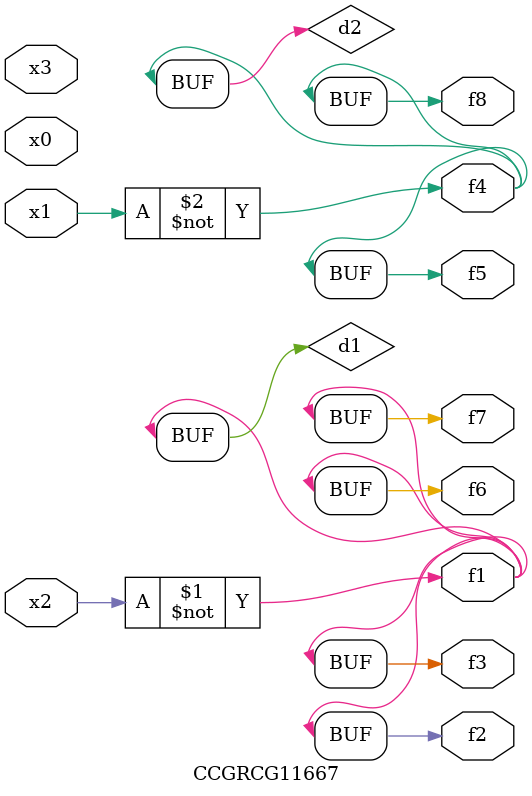
<source format=v>
module CCGRCG11667(
	input x0, x1, x2, x3,
	output f1, f2, f3, f4, f5, f6, f7, f8
);

	wire d1, d2;

	xnor (d1, x2);
	not (d2, x1);
	assign f1 = d1;
	assign f2 = d1;
	assign f3 = d1;
	assign f4 = d2;
	assign f5 = d2;
	assign f6 = d1;
	assign f7 = d1;
	assign f8 = d2;
endmodule

</source>
